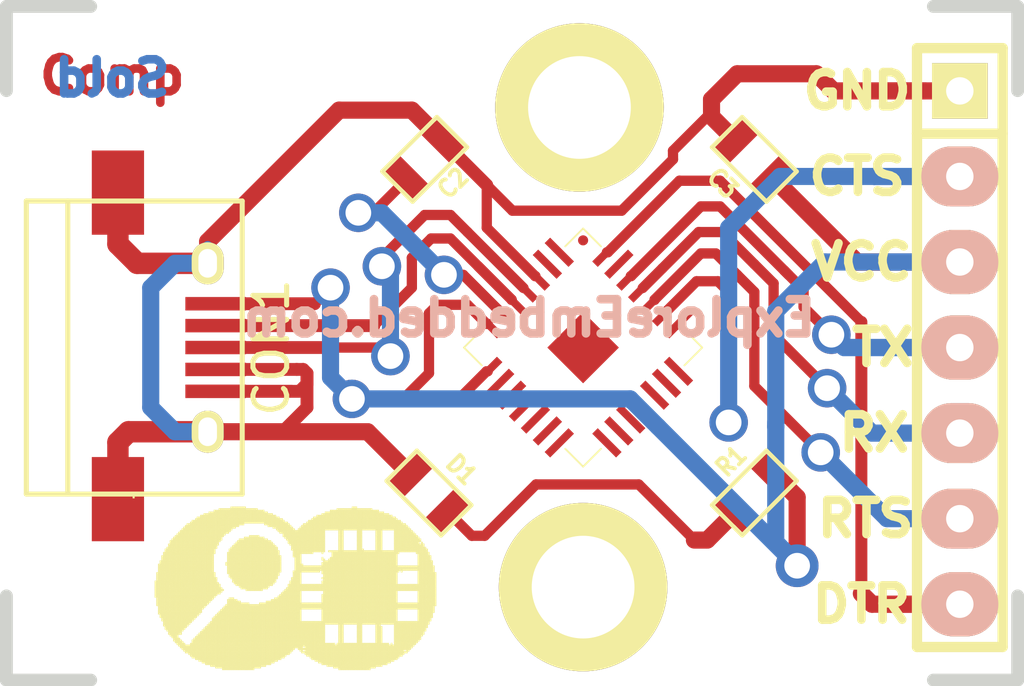
<source format=kicad_pcb>
(kicad_pcb (version 4) (host pcbnew "(2015-01-16 BZR 5376)-product")
  (title_block (date "25 may 2015") (company ExoploreEmbedded.com))
  (layers (0 Front signal) (31 Back jumper) (34 B.Paste user) (35 F.Paste user) (36 B.SilkS user) (37 F.SilkS user) (38 B.Mask user) (39 F.Mask user) (44 Edge.Cuts user))
  (net 0 "")
  (net 1 /CTS)
  (net 2 /D+)
  (net 3 /D-)
  (net 4 /DTR)
  (net 5 /RTS)
  (net 6 /RX)
  (net 7 /TX)
  (net 8 /VCC)
  (net 9 GND)
  (net 10 "Net-(C2-Pad1)")
  (net 11 "Net-(D1-Pad1)")
  (net 12 "Net-(P2-Pad1)")
  (net 13 "Net-(P3-Pad1)")
  (net 14 "Net-(U1-Pad2)")
  (net 15 "Net-(U1-Pad1)")
  (net 16 "Net-(U1-Pad27)")
  (net 17 "Net-(U1-Pad22)")
  (net 18 "Net-(U1-Pad21)")
  (net 19 "Net-(U1-Pad20)")
  (net 20 "Net-(U1-Pad19)")
  (net 21 "Net-(U1-Pad18)")
  (net 22 "Net-(U1-Pad17)")
  (net 23 "Net-(U1-Pad16)")
  (net 24 "Net-(U1-Pad15)")
  (net 25 "Net-(U1-Pad14)")
  (net 26 "Net-(U1-Pad13)")
  (net 27 "Net-(U1-Pad12)")
  (net 28 "Net-(U1-Pad11)")
  (net 29 "Net-(U1-Pad10)")
  (net 30 "Net-(U1-Pad9)")
  (module Connect:USB_Micro-B (layer Front) (at 32.908 29.628 270)
    (fp_text reference CON1 (at 0 -3.45 270) (layer F.SilkS))
    (fp_text value USB-MINI-B hide)
    (pad 1 smd rect (at -1.3009 -1.8) (size 1.8 0.4) (layers Front F.Paste F.Mask) (net 8 /VCC))
    (pad 2 smd rect (at -0.6509 -1.8) (size 1.8 0.4) (layers Front F.Paste F.Mask) (net 3 /D-))
    (pad 3 smd rect (at -0.0009 -1.8) (size 1.8 0.4) (layers Front F.Paste F.Mask) (net 2 /D+))
    (pad 4 smd rect (at 0.6491 -1.8) (size 1.8 0.4) (layers Front F.Paste F.Mask) (net 9 GND))
    (pad 5 smd rect (at 1.2991 -1.8) (size 1.8 0.4) (layers Front F.Paste F.Mask) (net 9 GND))
    (pad 6 thru_hole oval (at -2.5009 -1.56254) (size 0.95 1.25) (drill oval 0.55 0.85) (layers *.Cu *.Mask F.SilkS) (net 9 GND))
    (pad 6 thru_hole oval (at 2.4991 -1.56254) (size 0.95 1.25) (drill oval 0.55 0.85) (layers *.Cu *.Mask F.SilkS) (net 9 GND))
    (pad 6 smd rect (at -4.6 1.1) (size 1.55 2.5) (layers Front F.Paste F.Mask) (net 9 GND))
    (pad 6 smd rect (at 4.5 1.1) (size 1.55 2.5) (layers Front F.Paste F.Mask) (net 9 GND))
  )
  (module Connect:1pin (layer Front) (at 45.608 36.74)
    (fp_text reference P3 hide)
    (fp_text value CONN_1 hide)
    (pad 1 thru_hole circle (at 0 0) (size 5 5) (drill 3.048) (layers *.Cu *.Mask F.SilkS) (net 13 "Net-(P3-Pad1)"))
  )
  (module Connect:1pin (layer Front) (at 45.5 22.5)
    (fp_text reference P2 hide)
    (fp_text value CONN_1 hide)
    (pad 1 thru_hole circle (at 0 0) (size 5 5) (drill 3.048) (layers *.Cu *.Mask F.SilkS) (net 12 "Net-(P2-Pad1)"))
  )
  (module cp2102_xl2 (layer Front) (at 45.608 29.628 315)
    (fp_text reference U1 hide)
    (fp_text value CP2102 hide)
    (pad 7 smd rect (at -2.49936 1.50114 315) (size 1.00076 0.23114) (layers Front F.Paste F.Mask) (net 8 /VCC))
    (pad 6 smd rect (at -2.49936 1.00076 315) (size 1.00076 0.23114) (layers Front F.Paste F.Mask) (net 10 "Net-(C2-Pad1)"))
    (pad 5 smd rect (at -2.49936 0.50038 315) (size 1.00076 0.23114) (layers Front F.Paste F.Mask) (net 3 /D-))
    (pad 4 smd rect (at -2.49936 0 315) (size 1.00076 0.23114) (layers Front F.Paste F.Mask) (net 2 /D+))
    (pad 3 smd rect (at -2.49936 -0.50038 315) (size 1.00076 0.23114) (layers Front F.Paste F.Mask) (net 9 GND))
    (pad 2 smd rect (at -2.49936 -1.00076 315) (size 1.00076 0.23114) (layers Front F.Paste F.Mask) (net 14 "Net-(U1-Pad2)"))
    (pad 1 smd rect (at -2.49936 -1.50114 315) (size 1.00076 0.23114) (layers Front F.Paste F.Mask) (net 15 "Net-(U1-Pad1)"))
    (pad 28 smd rect (at -1.50114 -2.49936 315) (size 0.23114 1.00076) (layers Front F.Paste F.Mask) (net 4 /DTR))
    (pad 27 smd rect (at -1.00076 -2.49936 315) (size 0.23114 1.00076) (layers Front F.Paste F.Mask) (net 16 "Net-(U1-Pad27)"))
    (pad 26 smd rect (at -0.50038 -2.49936 315) (size 0.23114 1.00076) (layers Front F.Paste F.Mask) (net 7 /TX))
    (pad 25 smd rect (at 0 -2.49936 315) (size 0.23114 1.00076) (layers Front F.Paste F.Mask) (net 6 /RX))
    (pad 24 smd rect (at 0.50038 -2.49936 315) (size 0.23114 1.00076) (layers Front F.Paste F.Mask) (net 5 /RTS))
    (pad 23 smd rect (at 1.00076 -2.49936 315) (size 0.23114 1.00076) (layers Front F.Paste F.Mask) (net 1 /CTS))
    (pad 22 smd rect (at 1.50114 -2.49936 315) (size 0.23114 1.00076) (layers Front F.Paste F.Mask) (net 17 "Net-(U1-Pad22)"))
    (pad 21 smd rect (at 2.49936 -1.50114 315) (size 1.00076 0.23114) (layers Front F.Paste F.Mask) (net 18 "Net-(U1-Pad21)"))
    (pad 20 smd rect (at 2.49936 -1.00076 315) (size 1.00076 0.23114) (layers Front F.Paste F.Mask) (net 19 "Net-(U1-Pad20)"))
    (pad 19 smd rect (at 2.49936 -0.50038 315) (size 1.00076 0.23114) (layers Front F.Paste F.Mask) (net 20 "Net-(U1-Pad19)"))
    (pad 18 smd rect (at 2.49936 0 315) (size 1.00076 0.23114) (layers Front F.Paste F.Mask) (net 21 "Net-(U1-Pad18)"))
    (pad 17 smd rect (at 2.49936 0.50038 315) (size 1.00076 0.23114) (layers Front F.Paste F.Mask) (net 22 "Net-(U1-Pad17)"))
    (pad 16 smd rect (at 2.49936 1.00076 315) (size 1.00076 0.23114) (layers Front F.Paste F.Mask) (net 23 "Net-(U1-Pad16)"))
    (pad 15 smd rect (at 2.49936 1.50114 315) (size 1.00076 0.23114) (layers Front F.Paste F.Mask) (net 24 "Net-(U1-Pad15)"))
    (pad 14 smd rect (at 1.50114 2.49936 315) (size 0.23114 1.00076) (layers Front F.Paste F.Mask) (net 25 "Net-(U1-Pad14)"))
    (pad 13 smd rect (at 1.00076 2.49936 315) (size 0.23114 1.00076) (layers Front F.Paste F.Mask) (net 26 "Net-(U1-Pad13)"))
    (pad 12 smd rect (at 0.50038 2.49936 315) (size 0.23114 1.00076) (layers Front F.Paste F.Mask) (net 27 "Net-(U1-Pad12)"))
    (pad 11 smd rect (at 0 2.49936 315) (size 0.23114 1.00076) (layers Front F.Paste F.Mask) (net 28 "Net-(U1-Pad11)"))
    (pad 10 smd rect (at -0.50038 2.49936 315) (size 0.23114 1.00076) (layers Front F.Paste F.Mask) (net 29 "Net-(U1-Pad10)"))
    (pad 9 smd rect (at -1.00076 2.49936 315) (size 0.23114 1.00076) (layers Front F.Paste F.Mask) (net 30 "Net-(U1-Pad9)"))
    (pad 8 smd rect (at -1.50114 2.49936 315) (size 0.23114 1.00076) (layers Front F.Paste F.Mask) (net 8 /VCC))
    (pad 29 smd rect (at 0 0 315) (size 1.50114 1.50114) (layers Front F.Paste F.Mask))
    (pad "" smd circle (at -2.25044 -2.25044 315) (size 0.29972 0.29972) (layers Front F.Paste F.Mask))
  )
  (module SIL-7 (layer Front) (at 56.784 29.628 270)
    (fp_text reference P1 hide)
    (fp_text value CONN_7 hide)
    (pad 1 thru_hole rect (at -7.62 0 270) (size 1.651 1.651) (drill 0.8128) (layers *.Cu *.Mask F.SilkS) (net 9 GND))
    (pad 2 thru_hole oval (at -5.08 0 270) (size 1.778 2.286) (drill 0.8128) (layers *.Cu *.SilkS *.Mask) (net 1 /CTS))
    (pad 3 thru_hole oval (at -2.54 0 270) (size 1.905 2.286) (drill 0.8128) (layers *.Cu *.SilkS *.Mask) (net 8 /VCC))
    (pad 4 thru_hole oval (at 0 0 270) (size 1.905 2.286) (drill 0.8128) (layers *.Cu *.SilkS *.Mask) (net 7 /TX))
    (pad 5 thru_hole oval (at 2.54 0 270) (size 1.778 2.286) (drill 0.8128) (layers *.Cu *.SilkS *.Mask) (net 6 /RX))
    (pad 6 thru_hole oval (at 5.08 0 270) (size 1.778 2.286) (drill 0.8128) (layers *.Cu *.SilkS *.Mask) (net 5 /RTS))
    (pad 7 thru_hole oval (at 7.62 0 270) (size 1.905 2.286) (drill 0.8128) (layers *.Cu *.SilkS *.Mask) (net 4 /DTR))
  )
  (module SM0603 (layer Front) (at 40.909 24.04 45)
    (fp_text reference C2 (at 0.092631 1.096723 45) (layer F.SilkS) (effects (font (size 0.508 0.4572) (thickness 0.1143))))
    (fp_text value 0.1uF hide)
    (pad 1 smd rect (at -0.762 0 45) (size 0.635 1.143) (layers Front F.Paste F.Mask) (net 10 "Net-(C2-Pad1)"))
    (pad 2 smd rect (at 0.762 0 45) (size 0.635 1.143) (layers Front F.Paste F.Mask) (net 9 GND))
  )
  (module SM0603 (layer Front) (at 50.688 24.04 135)
    (fp_text reference C3 (at 0.16122 -1.165312 135) (layer F.SilkS) (effects (font (size 0.508 0.4572) (thickness 0.1143))))
    (fp_text value 1uF hide)
    (pad 1 smd rect (at -0.762 0 135) (size 0.635 1.143) (layers Front F.Paste F.Mask) (net 8 /VCC))
    (pad 2 smd rect (at 0.762 0 135) (size 0.635 1.143) (layers Front F.Paste F.Mask) (net 9 GND))
  )
  (module SM0603 (layer Front) (at 41.036 33.946 135)
    (fp_text reference D1 (at -0.189505 1.173797 135) (layer F.SilkS) (effects (font (size 0.508 0.4572) (thickness 0.1143))))
    (fp_text value LED hide)
    (pad 1 smd rect (at -0.762 0 135) (size 0.635 1.143) (layers Front F.Paste F.Mask) (net 11 "Net-(D1-Pad1)"))
    (pad 2 smd rect (at 0.762 0 135) (size 0.635 1.143) (layers Front F.Paste F.Mask) (net 9 GND))
  )
  (module SM0603 (layer Front) (at 50.688 33.946 225)
    (fp_text reference R1 (at -0.182434 1.155412 225) (layer F.SilkS) (effects (font (size 0.508 0.4572) (thickness 0.1143))))
    (fp_text value 330r hide)
    (pad 1 smd rect (at -0.762 0 225) (size 0.635 1.143) (layers Front F.Paste F.Mask) (net 8 /VCC))
    (pad 2 smd rect (at 0.762 0 225) (size 0.635 1.143) (layers Front F.Paste F.Mask) (net 11 "Net-(D1-Pad1)"))
  )
  (module "logo:LOGO (2)" (layer Front) (at 32.25 34)
    (fp_text reference LOGO hide)
    (fp_text value "" (at 0 0) (layer F.SilkS))
  )
  (gr_line (start 28.5 39.5) (end 28.5 37) (angle 90) (layer Edge.Cuts) (width 0.381))
  (gr_line (start 28.5 39.5) (end 31 39.5) (angle 90) (layer Edge.Cuts) (width 0.381))
  (gr_line (start 58.5 39.5) (end 56 39.5) (angle 90) (layer Edge.Cuts) (width 0.381))
  (gr_line (start 58.5 39.5) (end 58.5 37) (angle 90) (layer Edge.Cuts) (width 0.381))
  (gr_line (start 28.5 19.5) (end 28.5 22) (angle 90) (layer Edge.Cuts) (width 0.381))
  (gr_line (start 28.5 19.5) (end 31 19.5) (angle 90) (layer Edge.Cuts) (width 0.381))
  (gr_line (start 58.5 19.5) (end 58.5 22) (angle 90) (layer Edge.Cuts) (width 0.381))
  (gr_line (start 58.5 19.5) (end 56 19.5) (angle 90) (layer Edge.Cuts) (width 0.381))
  (gr_text ExploreEmbedded.com (at 44 28.75) (layer B.SilkS) (effects (font (size 1.016 1.016) (thickness 0.254)) (justify mirror)))
  (gr_text DTR (at 53.863 37.248) (layer F.SilkS) (effects (font (size 1.016 1.016) (thickness 0.254))))
  (gr_text RTS (at 53.99 34.708) (layer F.SilkS) (effects (font (size 1.016 1.016) (thickness 0.254))))
  (gr_text RX (at 54.244 32.168) (layer F.SilkS) (effects (font (size 1.016 1.016) (thickness 0.254))))
  (gr_text TX (at 54.498 29.628) (layer F.SilkS) (effects (font (size 1.016 1.016) (thickness 0.254))))
  (gr_text VCC (at 53.863 27.088) (layer F.SilkS) (effects (font (size 1.016 1.016) (thickness 0.254))))
  (gr_text CTS (at 53.736 24.548) (layer F.SilkS) (effects (font (size 1.016 1.016) (thickness 0.254))))
  (gr_text GND (at 53.736 22.008) (layer F.SilkS) (effects (font (size 1.016 1.016) (thickness 0.254))))
  (gr_text Sold (at 31.638 21.627) (layer Back) (effects (font (size 1.016 1.016) (thickness 0.254)) (justify mirror)))
  (gr_text Comp (at 31.638 21.5635) (layer Front) (effects (font (size 1.016 1.016) (thickness 0.254))))
  (segment (start 56.784 24.548) (end 54.244 24.548) (width 0.508) (layer Back) (net 1))
  (segment (start 55.768 24.548) (end 54.244 24.548) (width 0.508) (layer Back) (net 1))
  (segment (start 54.244 24.548) (end 51.45 24.548) (width 0.508) (layer Back) (net 1))
  (segment (start 49.926 26.072) (end 49.926 31.8505) (width 0.508) (layer Back) (net 1))
  (segment (start 51.45 24.548) (end 49.926 26.072) (width 0.508) (layer Back) (net 1))
  (via (at 49.926 31.8505) (size 1.143) (drill 0.762) (layers Front Back) (net 1))
  (segment (start 48.082959 28.550041) (end 48.9735 27.6595) (width 0.3048) (layer Front) (net 1))
  (segment (start 48.9735 27.6595) (end 49.6085 27.6595) (width 0.3048) (layer Front) (net 1))
  (segment (start 49.6085 27.6595) (end 49.926 27.977) (width 0.3048) (layer Front) (net 1))
  (segment (start 49.926 27.977) (end 49.926 31.8505) (width 0.3048) (layer Front) (net 1))
  (segment (start 48.082959 28.56833) (end 48.082959 28.550041) (width 0.3048) (layer Front) (net 1))
  (segment (start 43.840686 27.860686) (end 42.179 26.199) (width 0.3048) (layer Front) (net 2))
  (segment (start 39.639 26.961) (end 39.639 27.215) (width 0.3048) (layer Front) (net 2))
  (segment (start 40.909 25.691) (end 39.639 26.961) (width 0.3048) (layer Front) (net 2))
  (segment (start 41.671 25.691) (end 40.909 25.691) (width 0.3048) (layer Front) (net 2))
  (segment (start 42.179 26.199) (end 41.671 25.691) (width 0.3048) (layer Front) (net 2))
  (segment (start 39.6381 29.6271) (end 38.1159 29.6271) (width 0.3048) (layer Front) (net 2))
  (via (at 39.639 27.215) (size 1.143) (drill 0.762) (layers Front Back) (net 2))
  (segment (start 39.639 27.215) (end 39.893 27.469) (width 0.508) (layer Back) (net 2))
  (segment (start 39.893 27.469) (end 39.893 29.882) (width 0.508) (layer Back) (net 2))
  (via (at 39.893 29.882) (size 1.143) (drill 0.762) (layers Front Back) (net 2))
  (segment (start 39.893 29.882) (end 39.6381 29.6271) (width 0.3048) (layer Front) (net 2))
  (segment (start 38.1141 29.6271) (end 37.988 29.6271) (width 0.3048) (layer Front) (net 2))
  (segment (start 38.115 29.628) (end 38.1141 29.6271) (width 0.3048) (layer Front) (net 2))
  (segment (start 37.988 29.6271) (end 34.47054 29.6271) (width 0.381) (layer Front) (net 2))
  (segment (start 43.486864 28.214508) (end 43.486864 28.205364) (width 0.3048) (layer Front) (net 3))
  (segment (start 43.486864 28.205364) (end 41.671 26.3895) (width 0.3048) (layer Front) (net 3))
  (segment (start 40.528 26.961) (end 40.528 27.85) (width 0.3048) (layer Front) (net 3))
  (segment (start 41.0995 26.3895) (end 40.528 26.961) (width 0.3048) (layer Front) (net 3))
  (segment (start 41.671 26.3895) (end 41.0995 26.3895) (width 0.3048) (layer Front) (net 3))
  (segment (start 43.486864 28.205364) (end 42.4965 27.215) (width 0.3048) (layer Front) (net 3))
  (segment (start 34.47054 28.9771) (end 39.4009 28.9771) (width 0.381) (layer Front) (net 3))
  (segment (start 39.4009 28.9771) (end 40.528 27.85) (width 0.3048) (layer Front) (net 3))
  (segment (start 56.784 37.248) (end 54.498 37.248) (width 0.508) (layer Front) (net 4))
  (segment (start 46.341281 26.799219) (end 48.4655 24.675) (width 0.3048) (layer Front) (net 4))
  (segment (start 48.4655 24.675) (end 49.672 24.675) (width 0.3048) (layer Front) (net 4))
  (segment (start 49.672 24.675) (end 53.863 28.866) (width 0.3048) (layer Front) (net 4))
  (segment (start 53.863 28.866) (end 53.863 36.9305) (width 0.3556) (layer Front) (net 4))
  (segment (start 53.863 36.9305) (end 54.1805 37.248) (width 0.508) (layer Front) (net 4))
  (segment (start 54.1805 37.248) (end 54.498 37.248) (width 0.508) (layer Front) (net 4))
  (segment (start 54.498 37.248) (end 55.768 37.248) (width 0.508) (layer Front) (net 4))
  (segment (start 46.313848 26.799219) (end 46.341281 26.799219) (width 0.3048) (layer Front) (net 4))
  (segment (start 56.784 34.708) (end 54.625 34.708) (width 0.508) (layer Back) (net 5))
  (segment (start 54.625 34.708) (end 52.6565 32.7395) (width 0.508) (layer Back) (net 5))
  (segment (start 55.768 34.708) (end 54.625 34.708) (width 0.381) (layer Back) (net 5))
  (segment (start 54.625 34.708) (end 52.6565 32.7395) (width 0.381) (layer Back) (net 5))
  (segment (start 50.18 27.469) (end 50.688 27.977) (width 0.3048) (layer Front) (net 5))
  (segment (start 49.545 26.834) (end 50.18 27.469) (width 0.3048) (layer Front) (net 5))
  (segment (start 49.1005 26.834) (end 49.545 26.834) (width 0.3048) (layer Front) (net 5))
  (segment (start 47.729136 28.205364) (end 49.1005 26.834) (width 0.3048) (layer Front) (net 5))
  (segment (start 52.6565 32.7395) (end 54.625 34.708) (width 0.3048) (layer Back) (net 5))
  (via (at 52.6565 32.7395) (size 1.143) (drill 0.762) (layers Front Back) (net 5))
  (segment (start 50.688 30.771) (end 52.6565 32.7395) (width 0.3048) (layer Front) (net 5))
  (segment (start 50.688 27.977) (end 50.688 30.771) (width 0.3048) (layer Front) (net 5))
  (segment (start 47.729136 28.214508) (end 47.729136 28.205364) (width 0.3048) (layer Front) (net 5))
  (segment (start 56.784 32.168) (end 54.1805 32.168) (width 0.508) (layer Back) (net 6))
  (segment (start 54.1805 32.168) (end 52.847 30.8345) (width 0.508) (layer Back) (net 6))
  (segment (start 55.768 32.168) (end 54.1805 32.168) (width 0.381) (layer Back) (net 6))
  (segment (start 54.1805 32.168) (end 52.847 30.8345) (width 0.381) (layer Back) (net 6))
  (segment (start 50.688 27.1515) (end 51.2595 27.723) (width 0.3048) (layer Front) (net 6))
  (segment (start 47.375314 27.860686) (end 47.9575 27.2785) (width 0.3048) (layer Front) (net 6))
  (segment (start 49.7355 26.199) (end 50.688 27.1515) (width 0.3048) (layer Front) (net 6))
  (segment (start 49.037 26.199) (end 49.7355 26.199) (width 0.3048) (layer Front) (net 6))
  (segment (start 47.9575 27.2785) (end 49.037 26.199) (width 0.3048) (layer Front) (net 6))
  (segment (start 52.847 30.8345) (end 54.1805 32.168) (width 0.3048) (layer Back) (net 6))
  (via (at 52.847 30.8345) (size 1.143) (drill 0.762) (layers Front Back) (net 6))
  (segment (start 51.2595 29.247) (end 52.847 30.8345) (width 0.3048) (layer Front) (net 6))
  (segment (start 51.2595 27.723) (end 51.2595 29.247) (width 0.3048) (layer Front) (net 6))
  (segment (start 56.784 29.628) (end 53.355 29.628) (width 0.508) (layer Back) (net 7))
  (segment (start 53.355 29.628) (end 52.974 29.247) (width 0.508) (layer Back) (net 7))
  (segment (start 51.577 27.342) (end 52.1485 27.9135) (width 0.3048) (layer Front) (net 7))
  (segment (start 53.355 29.628) (end 55.768 29.628) (width 0.508) (layer Back) (net 7))
  (segment (start 52.974 29.247) (end 53.355 29.628) (width 0.3048) (layer Back) (net 7))
  (via (at 52.974 29.247) (size 1.143) (drill 0.762) (layers Front Back) (net 7))
  (segment (start 52.1485 28.4215) (end 52.974 29.247) (width 0.3048) (layer Front) (net 7))
  (segment (start 52.1485 27.9135) (end 52.1485 28.4215) (width 0.3048) (layer Front) (net 7))
  (segment (start 47.030636 27.506864) (end 49.1005 25.437) (width 0.3048) (layer Front) (net 7))
  (segment (start 49.1005 25.437) (end 49.672 25.437) (width 0.3048) (layer Front) (net 7))
  (segment (start 49.672 25.437) (end 51.577 27.342) (width 0.3048) (layer Front) (net 7))
  (segment (start 51.577 27.342) (end 51.704 27.469) (width 0.3048) (layer Front) (net 7))
  (segment (start 47.021492 27.506864) (end 47.030636 27.506864) (width 0.3048) (layer Front) (net 7))
  (segment (start 56.784 27.088) (end 54.498 27.088) (width 0.508) (layer Back) (net 8))
  (segment (start 56.784 27.088) (end 53.736 27.088) (width 0.508) (layer Front) (net 8))
  (segment (start 51.323 31.9775) (end 51.323 28.5485) (width 0.508) (layer Back) (net 8))
  (segment (start 51.323 28.5485) (end 52.7835 27.088) (width 0.508) (layer Back) (net 8))
  (segment (start 52.7835 27.088) (end 54.498 27.088) (width 0.508) (layer Back) (net 8))
  (segment (start 54.498 27.088) (end 55.768 27.088) (width 0.508) (layer Back) (net 8))
  (segment (start 51.958 36.105) (end 51.958 36.0415) (width 0.508) (layer Back) (net 8))
  (segment (start 51.323 35.4065) (end 51.323 31.9775) (width 0.508) (layer Back) (net 8))
  (segment (start 51.323 31.9775) (end 51.323 31.8505) (width 0.508) (layer Back) (net 8))
  (segment (start 51.958 36.0415) (end 51.323 35.4065) (width 0.508) (layer Back) (net 8))
  (segment (start 38.75 31.152) (end 47.005 31.152) (width 0.508) (layer Back) (net 8))
  (segment (start 47.005 31.152) (end 47.8305 31.9775) (width 0.508) (layer Back) (net 8))
  (segment (start 51.323 34.708) (end 51.323 31.8505) (width 0.3048) (layer Back) (net 8))
  (segment (start 40.655 31.152) (end 38.75 31.152) (width 0.3048) (layer Back) (net 8))
  (segment (start 39.639 31.152) (end 41.417 31.152) (width 0.3048) (layer Front) (net 8))
  (segment (start 41.925 31.152) (end 41.417 31.152) (width 0.3048) (layer Front) (net 8))
  (segment (start 41.925 31.152) (end 42.743152 30.333848) (width 0.3048) (layer Front) (net 8))
  (segment (start 42.779219 28.922152) (end 42.743152 28.922152) (width 0.3048) (layer Front) (net 8))
  (segment (start 42.743152 28.922152) (end 42.179 28.358) (width 0.3048) (layer Front) (net 8))
  (segment (start 42.179 28.358) (end 41.29 28.358) (width 0.3048) (layer Front) (net 8))
  (segment (start 41.29 28.358) (end 41.036 28.612) (width 0.3048) (layer Front) (net 8))
  (segment (start 41.036 28.612) (end 41.036 30.39) (width 0.3048) (layer Front) (net 8))
  (segment (start 41.036 30.39) (end 40.274 31.152) (width 0.3048) (layer Front) (net 8))
  (segment (start 40.274 31.152) (end 39.639 31.152) (width 0.3048) (layer Front) (net 8))
  (segment (start 39.639 31.152) (end 38.75 31.152) (width 0.3048) (layer Front) (net 8))
  (via (at 38.75 31.152) (size 1.143) (drill 0.762) (layers Front Back) (net 8))
  (segment (start 38.75 31.152) (end 38.115 30.517) (width 0.508) (layer Back) (net 8))
  (segment (start 37.6379 28.3271) (end 34.47054 28.3271) (width 0.381) (layer Front) (net 8))
  (segment (start 38.115 27.85) (end 37.6379 28.3271) (width 0.3048) (layer Front) (net 8))
  (via (at 38.115 27.85) (size 1.143) (drill 0.762) (layers Front Back) (net 8))
  (segment (start 38.115 30.517) (end 38.115 27.85) (width 0.508) (layer Back) (net 8))
  (segment (start 42.779219 30.333848) (end 42.743152 30.333848) (width 0.3048) (layer Front) (net 8))
  (segment (start 53.736 27.088) (end 51.226815 24.578815) (width 0.508) (layer Front) (net 8))
  (segment (start 55.768 27.088) (end 53.736 27.088) (width 0.508) (layer Front) (net 8))
  (segment (start 51.958 36.105) (end 47.8305 31.9775) (width 0.508) (layer Back) (net 8))
  (via (at 51.958 36.105) (size 1.27) (drill 0.762) (layers Front Back) (net 8))
  (segment (start 51.958 34.073) (end 51.958 36.105) (width 0.508) (layer Front) (net 8))
  (segment (start 51.292185 33.407185) (end 51.958 34.073) (width 0.508) (layer Front) (net 8))
  (segment (start 51.226815 33.407185) (end 51.292185 33.407185) (width 0.3048) (layer Front) (net 8))
  (segment (start 56.784 22.008) (end 54.498 22.008) (width 0.508) (layer Front) (net 9))
  (segment (start 46.751 25.564) (end 43.51063 25.564) (width 0.3048) (layer Front) (net 9))
  (segment (start 48.275 24.04) (end 46.751 25.564) (width 0.3048) (layer Front) (net 9))
  (segment (start 48.275 23.786) (end 48.275 24.04) (width 0.3048) (layer Front) (net 9))
  (segment (start 49.291 22.77) (end 48.275 23.786) (width 0.3048) (layer Front) (net 9))
  (segment (start 41.447815 23.501185) (end 42.7505 24.80387) (width 0.381) (layer Front) (net 9))
  (segment (start 34.47054 32.1271) (end 36.6954 32.1271) (width 0.381) (layer Front) (net 9))
  (segment (start 37.4165 31.406) (end 37.4165 30.39) (width 0.381) (layer Front) (net 9))
  (segment (start 36.6954 32.1271) (end 37.4165 31.406) (width 0.381) (layer Front) (net 9))
  (segment (start 34.47054 30.9271) (end 37.1969 30.9271) (width 0.381) (layer Front) (net 9))
  (segment (start 37.1969 30.9271) (end 37.4165 30.7075) (width 0.381) (layer Front) (net 9))
  (segment (start 37.4165 30.7075) (end 37.4165 30.39) (width 0.381) (layer Front) (net 9))
  (segment (start 37.1131 30.2771) (end 34.47054 30.2771) (width 0.381) (layer Front) (net 9))
  (segment (start 37.4165 30.39) (end 37.3036 30.2771) (width 0.381) (layer Front) (net 9))
  (segment (start 37.3036 30.2771) (end 37.1131 30.2771) (width 0.381) (layer Front) (net 9))
  (segment (start 41.447815 23.501185) (end 41.447815 23.499315) (width 0.3048) (layer Front) (net 9))
  (segment (start 38.369 22.5795) (end 34.47054 26.47796) (width 0.508) (layer Front) (net 9))
  (segment (start 41.447815 23.499315) (end 40.528 22.5795) (width 0.508) (layer Front) (net 9))
  (segment (start 40.528 22.5795) (end 38.369 22.5795) (width 0.508) (layer Front) (net 9))
  (segment (start 34.47054 32.1271) (end 39.2171 32.1271) (width 0.508) (layer Front) (net 9))
  (segment (start 39.2171 32.1271) (end 40.497185 33.407185) (width 0.508) (layer Front) (net 9))
  (segment (start 34.47054 32.1271) (end 36.6319 32.1271) (width 0.3048) (layer Front) (net 9))
  (segment (start 34.47054 27.1271) (end 33.5039 27.1271) (width 0.508) (layer Back) (net 9))
  (segment (start 33.5021 32.1271) (end 34.47054 32.1271) (width 0.508) (layer Back) (net 9))
  (segment (start 32.781 31.406) (end 33.5021 32.1271) (width 0.508) (layer Back) (net 9))
  (segment (start 32.781 27.85) (end 32.781 31.406) (width 0.508) (layer Back) (net 9))
  (segment (start 33.5039 27.1271) (end 32.781 27.85) (width 0.508) (layer Back) (net 9))
  (segment (start 36.9429 30.9271) (end 34.47054 30.9271) (width 0.381) (layer Front) (net 9))
  (segment (start 34.47054 27.1271) (end 34.47054 26.61854) (width 0.3048) (layer Back) (net 9))
  (segment (start 34.47054 32.1271) (end 34.47054 32.38346) (width 0.3048) (layer Back) (net 9))
  (segment (start 49.418 22.77) (end 49.418 22.262) (width 0.508) (layer Front) (net 9))
  (segment (start 49.418 22.262) (end 50.18 21.5) (width 0.508) (layer Front) (net 9))
  (segment (start 50.18 21.5) (end 52.5295 21.5) (width 0.508) (layer Front) (net 9))
  (segment (start 52.5295 21.5) (end 53.0375 22.008) (width 0.508) (layer Front) (net 9))
  (segment (start 53.0375 22.008) (end 54.498 22.008) (width 0.508) (layer Front) (net 9))
  (segment (start 54.498 22.008) (end 55.768 22.008) (width 0.508) (layer Front) (net 9))
  (segment (start 42.7505 26.072) (end 42.7505 24.80387) (width 0.3048) (layer Front) (net 9))
  (segment (start 44.185364 27.506864) (end 42.7505 26.072) (width 0.3048) (layer Front) (net 9))
  (segment (start 44.194508 27.506864) (end 44.185364 27.506864) (width 0.3048) (layer Front) (net 9))
  (segment (start 43.51063 25.564) (end 41.447815 23.501185) (width 0.3048) (layer Front) (net 9))
  (segment (start 49.418 22.77) (end 49.291 22.77) (width 0.3048) (layer Front) (net 9))
  (segment (start 50.149185 23.501185) (end 49.418 22.77) (width 0.508) (layer Front) (net 9))
  (segment (start 32.1229 32.1271) (end 31.808 32.442) (width 0.635) (layer Front) (net 9))
  (segment (start 31.808 32.442) (end 31.808 34.128) (width 0.635) (layer Front) (net 9))
  (segment (start 34.47054 32.1271) (end 32.1229 32.1271) (width 0.635) (layer Front) (net 9))
  (segment (start 32.3771 27.1271) (end 31.808 26.558) (width 0.635) (layer Front) (net 9))
  (segment (start 31.808 26.558) (end 31.808 25.028) (width 0.635) (layer Front) (net 9))
  (segment (start 34.47054 27.1271) (end 32.3771 27.1271) (width 0.635) (layer Front) (net 9))
  (segment (start 34.47054 27.1271) (end 34.47054 26.47796) (width 0.508) (layer Front) (net 9))
  (segment (start 40.370185 24.578815) (end 40.370185 24.642315) (width 0.3048) (layer Front) (net 10))
  (segment (start 40.370185 24.642315) (end 39.385 25.6275) (width 0.3048) (layer Front) (net 10))
  (segment (start 39.385 25.6275) (end 38.9405 25.6275) (width 0.3048) (layer Front) (net 10))
  (segment (start 40.370185 24.578815) (end 39.989185 24.578815) (width 0.3048) (layer Front) (net 10))
  (segment (start 43.133041 28.56833) (end 43.133041 28.550041) (width 0.3048) (layer Front) (net 10))
  (segment (start 43.133041 28.550041) (end 42.052 27.469) (width 0.3048) (layer Front) (net 10))
  (via (at 38.9405 25.6275) (size 1.143) (drill 0.762) (layers Front Back) (net 10))
  (segment (start 39.639 25.6275) (end 38.9405 25.6275) (width 0.508) (layer Back) (net 10))
  (segment (start 41.4805 27.469) (end 39.639 25.6275) (width 0.508) (layer Back) (net 10))
  (via (at 41.4805 27.469) (size 1.143) (drill 0.762) (layers Front Back) (net 10))
  (segment (start 42.052 27.469) (end 41.4805 27.469) (width 0.3048) (layer Front) (net 10))
  (segment (start 42.306 35.216) (end 42.687 35.216) (width 0.3048) (layer Front) (net 11))
  (segment (start 42.687 35.216) (end 44.211 33.692) (width 0.3048) (layer Front) (net 11))
  (segment (start 44.211 33.692) (end 47.259 33.692) (width 0.3048) (layer Front) (net 11))
  (segment (start 47.259 33.692) (end 48.91 35.343) (width 0.3048) (layer Front) (net 11))
  (segment (start 48.91 35.343) (end 49.291 35.343) (width 0.508) (layer Front) (net 11))
  (segment (start 49.291 35.343) (end 50.149185 34.484815) (width 0.508) (layer Front) (net 11))
  (segment (start 41.574815 34.484815) (end 42.306 35.216) (width 0.3048) (layer Front) (net 11))
)
</source>
